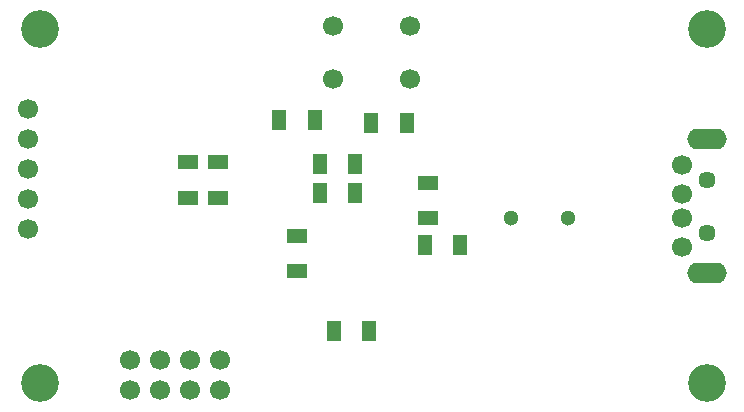
<source format=gbs>
G04*
G04 #@! TF.GenerationSoftware,Altium Limited,Altium Designer,18.1.2 (67)*
G04*
G04 Layer_Color=16711935*
%FSLAX43Y43*%
%MOMM*%
G71*
G01*
G75*
%ADD22R,1.800X1.200*%
%ADD25R,1.200X1.800*%
%ADD26O,3.350X1.775*%
%ADD27C,1.450*%
%ADD28C,1.700*%
%ADD29C,1.300*%
%ADD30C,3.200*%
D22*
X18100Y18700D02*
D03*
Y21700D02*
D03*
X15600Y18700D02*
D03*
Y21700D02*
D03*
X24800Y12500D02*
D03*
Y15500D02*
D03*
X35900Y20000D02*
D03*
Y17000D02*
D03*
D25*
X23300Y25300D02*
D03*
X26300D02*
D03*
X31100Y25000D02*
D03*
X34100D02*
D03*
X26700Y21600D02*
D03*
X29700D02*
D03*
X26700Y19100D02*
D03*
X29700D02*
D03*
X35600Y14700D02*
D03*
X38600D02*
D03*
X30900Y7400D02*
D03*
X27900D02*
D03*
D26*
X59500Y23700D02*
D03*
Y12300D02*
D03*
D27*
Y15750D02*
D03*
Y20250D02*
D03*
D28*
X57400Y14500D02*
D03*
Y17000D02*
D03*
Y19000D02*
D03*
Y21500D02*
D03*
X2000Y16100D02*
D03*
Y18640D02*
D03*
Y26260D02*
D03*
Y23720D02*
D03*
Y21180D02*
D03*
X27850Y33250D02*
D03*
Y28750D02*
D03*
X34350Y33250D02*
D03*
Y28750D02*
D03*
X10697Y2460D02*
D03*
X13237D02*
D03*
Y5000D02*
D03*
X18317D02*
D03*
X15777D02*
D03*
X10697D02*
D03*
X15777Y2460D02*
D03*
X18317D02*
D03*
D29*
X42900Y17000D02*
D03*
X47780D02*
D03*
D30*
X59500Y33000D02*
D03*
X3000D02*
D03*
X59500Y3000D02*
D03*
X3000D02*
D03*
M02*

</source>
